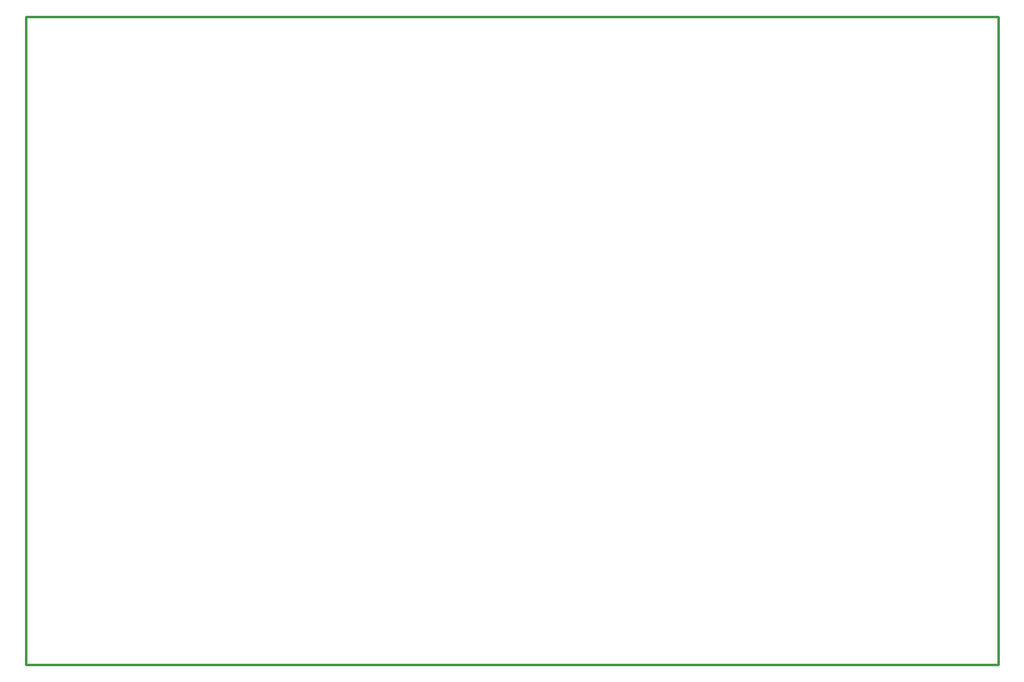
<source format=gko>
G04 Layer: BoardOutlineLayer*
G04 EasyEDA v6.5.22, 2023-03-21 19:31:51*
G04 afc67292cab7459ea135deb86c664b34,e659aa28fce94fba860684ee23aa467a,10*
G04 Gerber Generator version 0.2*
G04 Scale: 100 percent, Rotated: No, Reflected: No *
G04 Dimensions in millimeters *
G04 leading zeros omitted , absolute positions ,4 integer and 5 decimal *
%FSLAX45Y45*%
%MOMM*%

%ADD10C,0.2540*%
D10*
X699998Y14099971D02*
G01*
X10599978Y14099971D01*
X10599978Y7499985D01*
X699998Y7499985D01*
X699998Y14099971D01*

%LPD*%
M02*

</source>
